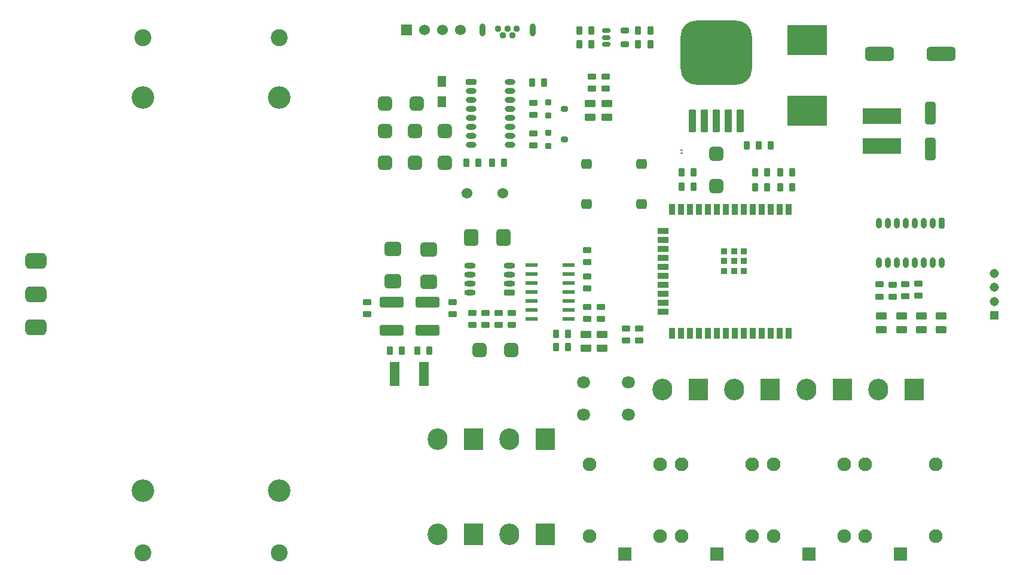
<source format=gbr>
%TF.GenerationSoftware,Altium Limited,Altium Designer,21.3.2 (30)*%
G04 Layer_Color=255*
%FSLAX26Y26*%
%MOIN*%
%TF.SameCoordinates,FFAA3912-E1DC-4B59-95C2-56FC1F4E7B50*%
%TF.FilePolarity,Positive*%
%TF.FileFunction,Pads,Top*%
%TF.Part,Single*%
G01*
G75*
%TA.AperFunction,SMDPad,CuDef*%
%ADD10R,0.220472X0.165354*%
%ADD11R,0.216535X0.088583*%
G04:AMPARAMS|DCode=12|XSize=23.622mil|YSize=47.244mil|CornerRadius=5.906mil|HoleSize=0mil|Usage=FLASHONLY|Rotation=90.000|XOffset=0mil|YOffset=0mil|HoleType=Round|Shape=RoundedRectangle|*
%AMROUNDEDRECTD12*
21,1,0.023622,0.035433,0,0,90.0*
21,1,0.011811,0.047244,0,0,90.0*
1,1,0.011811,0.017717,0.005906*
1,1,0.011811,0.017717,-0.005906*
1,1,0.011811,-0.017717,-0.005906*
1,1,0.011811,-0.017717,0.005906*
%
%ADD12ROUNDEDRECTD12*%
G04:AMPARAMS|DCode=13|XSize=31.496mil|YSize=47.244mil|CornerRadius=7.874mil|HoleSize=0mil|Usage=FLASHONLY|Rotation=90.000|XOffset=0mil|YOffset=0mil|HoleType=Round|Shape=RoundedRectangle|*
%AMROUNDEDRECTD13*
21,1,0.031496,0.031496,0,0,90.0*
21,1,0.015748,0.047244,0,0,90.0*
1,1,0.015748,0.015748,0.007874*
1,1,0.015748,0.015748,-0.007874*
1,1,0.015748,-0.015748,-0.007874*
1,1,0.015748,-0.015748,0.007874*
%
%ADD13ROUNDEDRECTD13*%
%ADD14O,0.059843X0.031496*%
G04:AMPARAMS|DCode=15|XSize=31.496mil|YSize=59.843mil|CornerRadius=7.874mil|HoleSize=0mil|Usage=FLASHONLY|Rotation=90.000|XOffset=0mil|YOffset=0mil|HoleType=Round|Shape=RoundedRectangle|*
%AMROUNDEDRECTD15*
21,1,0.031496,0.044094,0,0,90.0*
21,1,0.015748,0.059843,0,0,90.0*
1,1,0.015748,0.022047,0.007874*
1,1,0.015748,0.022047,-0.007874*
1,1,0.015748,-0.022047,-0.007874*
1,1,0.015748,-0.022047,0.007874*
%
%ADD15ROUNDEDRECTD15*%
%ADD16R,0.051181X0.061024*%
G04:AMPARAMS|DCode=17|XSize=47.244mil|YSize=35.433mil|CornerRadius=8.858mil|HoleSize=0mil|Usage=FLASHONLY|Rotation=180.000|XOffset=0mil|YOffset=0mil|HoleType=Round|Shape=RoundedRectangle|*
%AMROUNDEDRECTD17*
21,1,0.047244,0.017717,0,0,180.0*
21,1,0.029528,0.035433,0,0,180.0*
1,1,0.017716,-0.014764,0.008858*
1,1,0.017716,0.014764,0.008858*
1,1,0.017716,0.014764,-0.008858*
1,1,0.017716,-0.014764,-0.008858*
%
%ADD17ROUNDEDRECTD17*%
G04:AMPARAMS|DCode=18|XSize=47.244mil|YSize=35.433mil|CornerRadius=8.858mil|HoleSize=0mil|Usage=FLASHONLY|Rotation=270.000|XOffset=0mil|YOffset=0mil|HoleType=Round|Shape=RoundedRectangle|*
%AMROUNDEDRECTD18*
21,1,0.047244,0.017717,0,0,270.0*
21,1,0.029528,0.035433,0,0,270.0*
1,1,0.017716,-0.008858,-0.014764*
1,1,0.017716,-0.008858,0.014764*
1,1,0.017716,0.008858,0.014764*
1,1,0.017716,0.008858,-0.014764*
%
%ADD18ROUNDEDRECTD18*%
G04:AMPARAMS|DCode=19|XSize=62.992mil|YSize=41.339mil|CornerRadius=10.335mil|HoleSize=0mil|Usage=FLASHONLY|Rotation=180.000|XOffset=0mil|YOffset=0mil|HoleType=Round|Shape=RoundedRectangle|*
%AMROUNDEDRECTD19*
21,1,0.062992,0.020669,0,0,180.0*
21,1,0.042323,0.041339,0,0,180.0*
1,1,0.020669,-0.021162,0.010335*
1,1,0.020669,0.021162,0.010335*
1,1,0.020669,0.021162,-0.010335*
1,1,0.020669,-0.021162,-0.010335*
%
%ADD19ROUNDEDRECTD19*%
G04:AMPARAMS|DCode=20|XSize=135.827mil|YSize=62.992mil|CornerRadius=15.748mil|HoleSize=0mil|Usage=FLASHONLY|Rotation=0.000|XOffset=0mil|YOffset=0mil|HoleType=Round|Shape=RoundedRectangle|*
%AMROUNDEDRECTD20*
21,1,0.135827,0.031496,0,0,0.0*
21,1,0.104331,0.062992,0,0,0.0*
1,1,0.031496,0.052165,-0.015748*
1,1,0.031496,-0.052165,-0.015748*
1,1,0.031496,-0.052165,0.015748*
1,1,0.031496,0.052165,0.015748*
%
%ADD20ROUNDEDRECTD20*%
G04:AMPARAMS|DCode=21|XSize=94.488mil|YSize=82.677mil|CornerRadius=20.669mil|HoleSize=0mil|Usage=FLASHONLY|Rotation=0.000|XOffset=0mil|YOffset=0mil|HoleType=Round|Shape=RoundedRectangle|*
%AMROUNDEDRECTD21*
21,1,0.094488,0.041339,0,0,0.0*
21,1,0.053150,0.082677,0,0,0.0*
1,1,0.041339,0.026575,-0.020669*
1,1,0.041339,-0.026575,-0.020669*
1,1,0.041339,-0.026575,0.020669*
1,1,0.041339,0.026575,0.020669*
%
%ADD21ROUNDEDRECTD21*%
G04:AMPARAMS|DCode=22|XSize=78.74mil|YSize=78.74mil|CornerRadius=19.685mil|HoleSize=0mil|Usage=FLASHONLY|Rotation=270.000|XOffset=0mil|YOffset=0mil|HoleType=Round|Shape=RoundedRectangle|*
%AMROUNDEDRECTD22*
21,1,0.078740,0.039370,0,0,270.0*
21,1,0.039370,0.078740,0,0,270.0*
1,1,0.039370,-0.019685,-0.019685*
1,1,0.039370,-0.019685,0.019685*
1,1,0.039370,0.019685,0.019685*
1,1,0.039370,0.019685,-0.019685*
%
%ADD22ROUNDEDRECTD22*%
G04:AMPARAMS|DCode=23|XSize=59.055mil|YSize=55.118mil|CornerRadius=13.78mil|HoleSize=0mil|Usage=FLASHONLY|Rotation=0.000|XOffset=0mil|YOffset=0mil|HoleType=Round|Shape=RoundedRectangle|*
%AMROUNDEDRECTD23*
21,1,0.059055,0.027559,0,0,0.0*
21,1,0.031496,0.055118,0,0,0.0*
1,1,0.027559,0.015748,-0.013780*
1,1,0.027559,-0.015748,-0.013780*
1,1,0.027559,-0.015748,0.013780*
1,1,0.027559,0.015748,0.013780*
%
%ADD23ROUNDEDRECTD23*%
%ADD24R,0.035433X0.059055*%
%ADD25R,0.059055X0.035433*%
%TA.AperFunction,BGAPad,CuDef*%
%ADD26R,0.035433X0.035433*%
%TA.AperFunction,SMDPad,CuDef*%
G04:AMPARAMS|DCode=27|XSize=125.984mil|YSize=62.992mil|CornerRadius=15.748mil|HoleSize=0mil|Usage=FLASHONLY|Rotation=90.000|XOffset=0mil|YOffset=0mil|HoleType=Round|Shape=RoundedRectangle|*
%AMROUNDEDRECTD27*
21,1,0.125984,0.031496,0,0,90.0*
21,1,0.094488,0.062992,0,0,90.0*
1,1,0.031496,0.015748,0.047244*
1,1,0.031496,0.015748,-0.047244*
1,1,0.031496,-0.015748,-0.047244*
1,1,0.031496,-0.015748,0.047244*
%
%ADD27ROUNDEDRECTD27*%
G04:AMPARAMS|DCode=28|XSize=161.417mil|YSize=78.74mil|CornerRadius=19.685mil|HoleSize=0mil|Usage=FLASHONLY|Rotation=0.000|XOffset=0mil|YOffset=0mil|HoleType=Round|Shape=RoundedRectangle|*
%AMROUNDEDRECTD28*
21,1,0.161417,0.039370,0,0,0.0*
21,1,0.122047,0.078740,0,0,0.0*
1,1,0.039370,0.061024,-0.019685*
1,1,0.039370,-0.061024,-0.019685*
1,1,0.039370,-0.061024,0.019685*
1,1,0.039370,0.061024,0.019685*
%
%ADD28ROUNDEDRECTD28*%
G04:AMPARAMS|DCode=29|XSize=397.638mil|YSize=358.268mil|CornerRadius=89.567mil|HoleSize=0mil|Usage=FLASHONLY|Rotation=180.000|XOffset=0mil|YOffset=0mil|HoleType=Round|Shape=RoundedRectangle|*
%AMROUNDEDRECTD29*
21,1,0.397638,0.179134,0,0,180.0*
21,1,0.218504,0.358268,0,0,180.0*
1,1,0.179134,-0.109252,0.089567*
1,1,0.179134,0.109252,0.089567*
1,1,0.179134,0.109252,-0.089567*
1,1,0.179134,-0.109252,-0.089567*
%
%ADD29ROUNDEDRECTD29*%
G04:AMPARAMS|DCode=30|XSize=43.307mil|YSize=127.953mil|CornerRadius=10.827mil|HoleSize=0mil|Usage=FLASHONLY|Rotation=180.000|XOffset=0mil|YOffset=0mil|HoleType=Round|Shape=RoundedRectangle|*
%AMROUNDEDRECTD30*
21,1,0.043307,0.106299,0,0,180.0*
21,1,0.021654,0.127953,0,0,180.0*
1,1,0.021654,-0.010827,0.053150*
1,1,0.021654,0.010827,0.053150*
1,1,0.021654,0.010827,-0.053150*
1,1,0.021654,-0.010827,-0.053150*
%
%ADD30ROUNDEDRECTD30*%
G04:AMPARAMS|DCode=31|XSize=31.496mil|YSize=35.433mil|CornerRadius=7.874mil|HoleSize=0mil|Usage=FLASHONLY|Rotation=90.000|XOffset=0mil|YOffset=0mil|HoleType=Round|Shape=RoundedRectangle|*
%AMROUNDEDRECTD31*
21,1,0.031496,0.019685,0,0,90.0*
21,1,0.015748,0.035433,0,0,90.0*
1,1,0.015748,0.009843,0.007874*
1,1,0.015748,0.009843,-0.007874*
1,1,0.015748,-0.009843,-0.007874*
1,1,0.015748,-0.009843,0.007874*
%
%ADD31ROUNDEDRECTD31*%
G04:AMPARAMS|DCode=32|XSize=31.496mil|YSize=39.37mil|CornerRadius=7.874mil|HoleSize=0mil|Usage=FLASHONLY|Rotation=90.000|XOffset=0mil|YOffset=0mil|HoleType=Round|Shape=RoundedRectangle|*
%AMROUNDEDRECTD32*
21,1,0.031496,0.023622,0,0,90.0*
21,1,0.015748,0.039370,0,0,90.0*
1,1,0.015748,0.011811,0.007874*
1,1,0.015748,0.011811,-0.007874*
1,1,0.015748,-0.011811,-0.007874*
1,1,0.015748,-0.011811,0.007874*
%
%ADD32ROUNDEDRECTD32*%
G04:AMPARAMS|DCode=33|XSize=78.74mil|YSize=78.74mil|CornerRadius=19.685mil|HoleSize=0mil|Usage=FLASHONLY|Rotation=180.000|XOffset=0mil|YOffset=0mil|HoleType=Round|Shape=RoundedRectangle|*
%AMROUNDEDRECTD33*
21,1,0.078740,0.039370,0,0,180.0*
21,1,0.039370,0.078740,0,0,180.0*
1,1,0.039370,-0.019685,0.019685*
1,1,0.039370,0.019685,0.019685*
1,1,0.039370,0.019685,-0.019685*
1,1,0.039370,-0.019685,-0.019685*
%
%ADD33ROUNDEDRECTD33*%
%ADD34R,0.011811X0.007874*%
%ADD35R,0.055118X0.138189*%
G04:AMPARAMS|DCode=36|XSize=31.496mil|YSize=62.992mil|CornerRadius=7.874mil|HoleSize=0mil|Usage=FLASHONLY|Rotation=270.000|XOffset=0mil|YOffset=0mil|HoleType=Round|Shape=RoundedRectangle|*
%AMROUNDEDRECTD36*
21,1,0.031496,0.047244,0,0,270.0*
21,1,0.015748,0.062992,0,0,270.0*
1,1,0.015748,-0.023622,-0.007874*
1,1,0.015748,-0.023622,0.007874*
1,1,0.015748,0.023622,0.007874*
1,1,0.015748,0.023622,-0.007874*
%
%ADD36ROUNDEDRECTD36*%
%ADD37O,0.062992X0.031496*%
%ADD38R,0.067000X0.021000*%
G04:AMPARAMS|DCode=39|XSize=94.488mil|YSize=82.677mil|CornerRadius=20.669mil|HoleSize=0mil|Usage=FLASHONLY|Rotation=270.000|XOffset=0mil|YOffset=0mil|HoleType=Round|Shape=RoundedRectangle|*
%AMROUNDEDRECTD39*
21,1,0.094488,0.041339,0,0,270.0*
21,1,0.053150,0.082677,0,0,270.0*
1,1,0.041339,-0.020669,-0.026575*
1,1,0.041339,-0.020669,0.026575*
1,1,0.041339,0.020669,0.026575*
1,1,0.041339,0.020669,-0.026575*
%
%ADD39ROUNDEDRECTD39*%
G04:AMPARAMS|DCode=40|XSize=31.496mil|YSize=59.843mil|CornerRadius=7.874mil|HoleSize=0mil|Usage=FLASHONLY|Rotation=0.000|XOffset=0mil|YOffset=0mil|HoleType=Round|Shape=RoundedRectangle|*
%AMROUNDEDRECTD40*
21,1,0.031496,0.044094,0,0,0.0*
21,1,0.015748,0.059843,0,0,0.0*
1,1,0.015748,0.007874,-0.022047*
1,1,0.015748,-0.007874,-0.022047*
1,1,0.015748,-0.007874,0.022047*
1,1,0.015748,0.007874,0.022047*
%
%ADD40ROUNDEDRECTD40*%
%ADD41O,0.031496X0.059843*%
%TA.AperFunction,ComponentPad*%
G04:AMPARAMS|DCode=47|XSize=86.614mil|YSize=118.11mil|CornerRadius=21.654mil|HoleSize=0mil|Usage=FLASHONLY|Rotation=270.000|XOffset=0mil|YOffset=0mil|HoleType=Round|Shape=RoundedRectangle|*
%AMROUNDEDRECTD47*
21,1,0.086614,0.074803,0,0,270.0*
21,1,0.043307,0.118110,0,0,270.0*
1,1,0.043307,-0.037401,-0.021654*
1,1,0.043307,-0.037401,0.021654*
1,1,0.043307,0.037401,0.021654*
1,1,0.043307,0.037401,-0.021654*
%
%ADD47ROUNDEDRECTD47*%
%ADD48C,0.125984*%
%ADD49C,0.094488*%
%ADD50R,0.110000X0.120000*%
%ADD51O,0.110000X0.120000*%
%ADD52C,0.076772*%
%ADD53R,0.076772X0.076772*%
%ADD54R,0.060000X0.060000*%
%ADD55C,0.060000*%
%ADD56O,0.035748X0.071496*%
%ADD57C,0.037717*%
%ADD58O,0.075000X0.065000*%
%ADD59R,0.051496X0.051496*%
%ADD60C,0.051496*%
D10*
X4492000Y2725150D02*
D03*
Y3118850D02*
D03*
D11*
X4910000Y2696323D02*
D03*
Y2529000D02*
D03*
D12*
X3373000Y3171260D02*
D03*
Y3133858D02*
D03*
Y3096457D02*
D03*
D13*
X3475362D02*
D03*
Y3171260D02*
D03*
D14*
X2837323Y2537000D02*
D03*
Y2587000D02*
D03*
Y2637000D02*
D03*
Y2687000D02*
D03*
Y2737000D02*
D03*
Y2787000D02*
D03*
Y2837000D02*
D03*
Y2887000D02*
D03*
X2620000Y2537000D02*
D03*
Y2587000D02*
D03*
Y2637000D02*
D03*
Y2687000D02*
D03*
Y2737000D02*
D03*
Y2787000D02*
D03*
Y2837000D02*
D03*
D15*
Y2887000D02*
D03*
D16*
X2456000Y2889647D02*
D03*
Y2777442D02*
D03*
D17*
X3266000Y1882071D02*
D03*
Y1949000D02*
D03*
X3265000Y1801465D02*
D03*
Y1734535D02*
D03*
X3343126Y1633315D02*
D03*
Y1566386D02*
D03*
X3267874D02*
D03*
Y1633315D02*
D03*
X5113000Y1694535D02*
D03*
Y1761465D02*
D03*
X5040825Y1693000D02*
D03*
Y1759929D02*
D03*
X4968650Y1690000D02*
D03*
Y1756929D02*
D03*
X4896475Y1690903D02*
D03*
Y1757833D02*
D03*
X2847968Y1598520D02*
D03*
Y1531591D02*
D03*
X2772968Y1531591D02*
D03*
Y1598520D02*
D03*
X2700356Y1531591D02*
D03*
Y1598520D02*
D03*
X2627000Y1598520D02*
D03*
Y1531591D02*
D03*
X2966000Y2702535D02*
D03*
Y2769465D02*
D03*
Y2599465D02*
D03*
Y2532535D02*
D03*
X3370126Y2916929D02*
D03*
Y2850000D02*
D03*
X3484000Y1511465D02*
D03*
Y1444535D02*
D03*
X3557000Y1511465D02*
D03*
Y1444535D02*
D03*
X2518000Y1592006D02*
D03*
Y1658935D02*
D03*
X3292040Y2916929D02*
D03*
Y2850000D02*
D03*
X2041000Y1592006D02*
D03*
Y1658935D02*
D03*
D18*
X3094535Y1482543D02*
D03*
X3161465D02*
D03*
X3094535Y1410000D02*
D03*
X3161465D02*
D03*
X3618465Y3096457D02*
D03*
X3551535D02*
D03*
X3618465Y3171260D02*
D03*
X3551535D02*
D03*
X3289465Y3096457D02*
D03*
X3222535D02*
D03*
Y3171260D02*
D03*
X3289465D02*
D03*
X2232000Y1389000D02*
D03*
X2165071D02*
D03*
X2321000D02*
D03*
X2387929D02*
D03*
X2737071Y2436417D02*
D03*
X2804000D02*
D03*
X2659000D02*
D03*
X2592071D02*
D03*
X3861465Y2303000D02*
D03*
X3794535D02*
D03*
Y2382000D02*
D03*
X3861465D02*
D03*
X4202740Y2299095D02*
D03*
X4269669D02*
D03*
X4411205D02*
D03*
X4344276D02*
D03*
X4202740Y2381095D02*
D03*
X4269669D02*
D03*
X4411205D02*
D03*
X4344276D02*
D03*
X4223000Y2531000D02*
D03*
X4156071D02*
D03*
X4290000D02*
D03*
X4223071D02*
D03*
X2958535Y2881000D02*
D03*
X3025465D02*
D03*
D19*
X3378000Y2689345D02*
D03*
Y2766117D02*
D03*
X3284166Y2689345D02*
D03*
Y2766117D02*
D03*
X5130142Y1505596D02*
D03*
Y1582368D02*
D03*
X5241475Y1505596D02*
D03*
Y1582368D02*
D03*
X5018809Y1505596D02*
D03*
Y1582368D02*
D03*
X4907475D02*
D03*
Y1505596D02*
D03*
X3351000Y1478772D02*
D03*
Y1402000D02*
D03*
X3260000Y1478772D02*
D03*
Y1402000D02*
D03*
D20*
X2377613Y1658935D02*
D03*
Y1501455D02*
D03*
X2177613D02*
D03*
Y1658935D02*
D03*
D21*
X2384000Y1953000D02*
D03*
Y1773000D02*
D03*
X2184000Y1957000D02*
D03*
Y1777000D02*
D03*
D22*
X2843583Y1393000D02*
D03*
X2666417D02*
D03*
X2139000Y2767000D02*
D03*
X2316166D02*
D03*
D23*
X3262457Y2207000D02*
D03*
X3569543D02*
D03*
X3262457Y2428000D02*
D03*
X3569543D02*
D03*
D24*
X3740102Y2174488D02*
D03*
X3790102D02*
D03*
X3840102D02*
D03*
X3890102D02*
D03*
X3940102D02*
D03*
X3990102D02*
D03*
X4040102D02*
D03*
X4090102D02*
D03*
X4140102D02*
D03*
X4190102D02*
D03*
X4240102D02*
D03*
X4290102D02*
D03*
X4340102D02*
D03*
X4390102D02*
D03*
X3740102Y1485512D02*
D03*
X3790102D02*
D03*
X3840102D02*
D03*
X3890102D02*
D03*
X3940102D02*
D03*
X3990102D02*
D03*
X4040102D02*
D03*
X4090102D02*
D03*
X4140102D02*
D03*
X4190102D02*
D03*
X4240102D02*
D03*
X4290102D02*
D03*
X4340102D02*
D03*
X4390102D02*
D03*
D25*
X3690890Y1805000D02*
D03*
Y1755000D02*
D03*
Y1705000D02*
D03*
Y1655000D02*
D03*
Y1605000D02*
D03*
Y1855000D02*
D03*
Y1905000D02*
D03*
Y1955000D02*
D03*
Y2005000D02*
D03*
Y2055000D02*
D03*
D26*
X4086165Y1889055D02*
D03*
Y1944173D02*
D03*
Y1833937D02*
D03*
X4141283Y1889055D02*
D03*
Y1944173D02*
D03*
Y1833937D02*
D03*
X4031047Y1889055D02*
D03*
Y1944173D02*
D03*
Y1833937D02*
D03*
D27*
X5180000Y2514236D02*
D03*
Y2711087D02*
D03*
D28*
X4897740Y3043803D02*
D03*
X5240260D02*
D03*
D29*
X3986000Y3049921D02*
D03*
D30*
X4119858Y2668032D02*
D03*
X4052929D02*
D03*
X3986000D02*
D03*
X3919071D02*
D03*
X3852142D02*
D03*
D31*
X3050449Y2529130D02*
D03*
Y2603933D02*
D03*
Y2699130D02*
D03*
Y2773933D02*
D03*
D32*
X3141000Y2566532D02*
D03*
Y2736532D02*
D03*
D33*
X2139000Y2613583D02*
D03*
Y2436417D02*
D03*
X2306500Y2613583D02*
D03*
Y2436417D02*
D03*
X2474000Y2613583D02*
D03*
Y2436417D02*
D03*
X3988000Y2484583D02*
D03*
Y2307417D02*
D03*
D34*
X3793000Y2505748D02*
D03*
Y2490000D02*
D03*
D35*
X2194016Y1260000D02*
D03*
X2355984D02*
D03*
D36*
X2831968Y1712055D02*
D03*
D37*
Y1762055D02*
D03*
Y1812055D02*
D03*
Y1862055D02*
D03*
X2612284Y1712055D02*
D03*
Y1762055D02*
D03*
Y1812055D02*
D03*
Y1862055D02*
D03*
D38*
X2957968Y1567055D02*
D03*
Y1617055D02*
D03*
Y1667055D02*
D03*
Y1717055D02*
D03*
Y1767055D02*
D03*
Y1817055D02*
D03*
Y1867055D02*
D03*
X3161968D02*
D03*
Y1817055D02*
D03*
Y1767055D02*
D03*
Y1717055D02*
D03*
Y1667055D02*
D03*
Y1617055D02*
D03*
Y1567055D02*
D03*
D39*
X2799000Y2020000D02*
D03*
X2619000D02*
D03*
D40*
X5243309Y2098251D02*
D03*
D41*
X5193309D02*
D03*
X5143309D02*
D03*
X5093309D02*
D03*
X5043309D02*
D03*
X4993309D02*
D03*
X4943309D02*
D03*
X4893309D02*
D03*
X5243309Y1880928D02*
D03*
X5193309D02*
D03*
X5143309D02*
D03*
X5093309D02*
D03*
X5043309D02*
D03*
X4993309D02*
D03*
X4943309D02*
D03*
X4893309D02*
D03*
D47*
X192000Y1518769D02*
D03*
Y1703808D02*
D03*
Y1888848D02*
D03*
D48*
X791157Y2798690D02*
D03*
X1551000D02*
D03*
X791157Y608926D02*
D03*
X1551000D02*
D03*
D49*
Y262863D02*
D03*
Y3132942D02*
D03*
X791157D02*
D03*
Y262863D02*
D03*
D50*
X3032000Y896000D02*
D03*
X2632000D02*
D03*
X3032000Y367000D02*
D03*
X2632000D02*
D03*
X5089000Y1171000D02*
D03*
X4688500D02*
D03*
X4288000D02*
D03*
X3887500D02*
D03*
D51*
X2832000Y896000D02*
D03*
X2432000D02*
D03*
X2832000Y367000D02*
D03*
X2432000D02*
D03*
X4889000Y1171000D02*
D03*
X4488500D02*
D03*
X4088000D02*
D03*
X3687500D02*
D03*
D52*
X5209850Y757158D02*
D03*
X4816150D02*
D03*
Y355583D02*
D03*
X5209850D02*
D03*
X4700850Y757158D02*
D03*
X4307150D02*
D03*
Y355583D02*
D03*
X4700850D02*
D03*
X4185850Y757158D02*
D03*
X3792150D02*
D03*
Y355583D02*
D03*
X4185850D02*
D03*
X3674850Y757158D02*
D03*
X3281150D02*
D03*
Y355583D02*
D03*
X3674850D02*
D03*
D53*
X5013000Y257158D02*
D03*
X4504000D02*
D03*
X3989000D02*
D03*
X3478000D02*
D03*
D54*
X2260000Y3177000D02*
D03*
D55*
X2360000D02*
D03*
X2460000D02*
D03*
X2560000D02*
D03*
X2796000Y2266000D02*
D03*
X2596000D02*
D03*
D56*
X2963496Y3175000D02*
D03*
X2682000D02*
D03*
D57*
X2873929Y3183661D02*
D03*
X2848339Y3144291D02*
D03*
X2822748Y3183661D02*
D03*
X2797157Y3144291D02*
D03*
X2771567Y3183661D02*
D03*
D58*
X3246000Y1211000D02*
D03*
X3247000Y1033000D02*
D03*
X3497000Y1034000D02*
D03*
X3496000Y1211000D02*
D03*
D59*
X5537000Y1584520D02*
D03*
D60*
Y1663260D02*
D03*
Y1742000D02*
D03*
Y1820740D02*
D03*
%TF.MD5,edc29ba086b992c7beefeb3bd6d5476e*%
M02*

</source>
